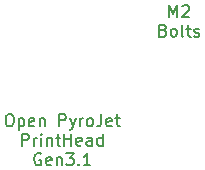
<source format=gto>
G04 #@! TF.GenerationSoftware,KiCad,Pcbnew,(5.1.12)-1*
G04 #@! TF.CreationDate,2022-03-26T22:23:47+08:00*
G04 #@! TF.ProjectId,Nozzle,4e6f7a7a-6c65-42e6-9b69-6361645f7063,0.5*
G04 #@! TF.SameCoordinates,Original*
G04 #@! TF.FileFunction,Legend,Top*
G04 #@! TF.FilePolarity,Positive*
%FSLAX46Y46*%
G04 Gerber Fmt 4.6, Leading zero omitted, Abs format (unit mm)*
G04 Created by KiCad (PCBNEW (5.1.12)-1) date 2022-03-26 22:23:47*
%MOMM*%
%LPD*%
G01*
G04 APERTURE LIST*
%ADD10C,0.150000*%
G04 APERTURE END LIST*
D10*
X147577276Y-109025180D02*
X147577276Y-108025180D01*
X147910609Y-108739466D01*
X148243942Y-108025180D01*
X148243942Y-109025180D01*
X148672514Y-108120419D02*
X148720133Y-108072800D01*
X148815371Y-108025180D01*
X149053466Y-108025180D01*
X149148704Y-108072800D01*
X149196323Y-108120419D01*
X149243942Y-108215657D01*
X149243942Y-108310895D01*
X149196323Y-108453752D01*
X148624895Y-109025180D01*
X149243942Y-109025180D01*
X147053466Y-110151371D02*
X147196323Y-110198990D01*
X147243942Y-110246609D01*
X147291561Y-110341847D01*
X147291561Y-110484704D01*
X147243942Y-110579942D01*
X147196323Y-110627561D01*
X147101085Y-110675180D01*
X146720133Y-110675180D01*
X146720133Y-109675180D01*
X147053466Y-109675180D01*
X147148704Y-109722800D01*
X147196323Y-109770419D01*
X147243942Y-109865657D01*
X147243942Y-109960895D01*
X147196323Y-110056133D01*
X147148704Y-110103752D01*
X147053466Y-110151371D01*
X146720133Y-110151371D01*
X147862990Y-110675180D02*
X147767752Y-110627561D01*
X147720133Y-110579942D01*
X147672514Y-110484704D01*
X147672514Y-110198990D01*
X147720133Y-110103752D01*
X147767752Y-110056133D01*
X147862990Y-110008514D01*
X148005847Y-110008514D01*
X148101085Y-110056133D01*
X148148704Y-110103752D01*
X148196323Y-110198990D01*
X148196323Y-110484704D01*
X148148704Y-110579942D01*
X148101085Y-110627561D01*
X148005847Y-110675180D01*
X147862990Y-110675180D01*
X148767752Y-110675180D02*
X148672514Y-110627561D01*
X148624895Y-110532323D01*
X148624895Y-109675180D01*
X149005847Y-110008514D02*
X149386800Y-110008514D01*
X149148704Y-109675180D02*
X149148704Y-110532323D01*
X149196323Y-110627561D01*
X149291561Y-110675180D01*
X149386800Y-110675180D01*
X149672514Y-110627561D02*
X149767752Y-110675180D01*
X149958228Y-110675180D01*
X150053466Y-110627561D01*
X150101085Y-110532323D01*
X150101085Y-110484704D01*
X150053466Y-110389466D01*
X149958228Y-110341847D01*
X149815371Y-110341847D01*
X149720133Y-110294228D01*
X149672514Y-110198990D01*
X149672514Y-110151371D01*
X149720133Y-110056133D01*
X149815371Y-110008514D01*
X149958228Y-110008514D01*
X150053466Y-110056133D01*
X133958580Y-117258580D02*
X134149057Y-117258580D01*
X134244295Y-117306200D01*
X134339533Y-117401438D01*
X134387152Y-117591914D01*
X134387152Y-117925247D01*
X134339533Y-118115723D01*
X134244295Y-118210961D01*
X134149057Y-118258580D01*
X133958580Y-118258580D01*
X133863342Y-118210961D01*
X133768104Y-118115723D01*
X133720485Y-117925247D01*
X133720485Y-117591914D01*
X133768104Y-117401438D01*
X133863342Y-117306200D01*
X133958580Y-117258580D01*
X134815723Y-117591914D02*
X134815723Y-118591914D01*
X134815723Y-117639533D02*
X134910961Y-117591914D01*
X135101438Y-117591914D01*
X135196676Y-117639533D01*
X135244295Y-117687152D01*
X135291914Y-117782390D01*
X135291914Y-118068104D01*
X135244295Y-118163342D01*
X135196676Y-118210961D01*
X135101438Y-118258580D01*
X134910961Y-118258580D01*
X134815723Y-118210961D01*
X136101438Y-118210961D02*
X136006200Y-118258580D01*
X135815723Y-118258580D01*
X135720485Y-118210961D01*
X135672866Y-118115723D01*
X135672866Y-117734771D01*
X135720485Y-117639533D01*
X135815723Y-117591914D01*
X136006200Y-117591914D01*
X136101438Y-117639533D01*
X136149057Y-117734771D01*
X136149057Y-117830009D01*
X135672866Y-117925247D01*
X136577628Y-117591914D02*
X136577628Y-118258580D01*
X136577628Y-117687152D02*
X136625247Y-117639533D01*
X136720485Y-117591914D01*
X136863342Y-117591914D01*
X136958580Y-117639533D01*
X137006200Y-117734771D01*
X137006200Y-118258580D01*
X138244295Y-118258580D02*
X138244295Y-117258580D01*
X138625247Y-117258580D01*
X138720485Y-117306200D01*
X138768104Y-117353819D01*
X138815723Y-117449057D01*
X138815723Y-117591914D01*
X138768104Y-117687152D01*
X138720485Y-117734771D01*
X138625247Y-117782390D01*
X138244295Y-117782390D01*
X139149057Y-117591914D02*
X139387152Y-118258580D01*
X139625247Y-117591914D02*
X139387152Y-118258580D01*
X139291914Y-118496676D01*
X139244295Y-118544295D01*
X139149057Y-118591914D01*
X140006200Y-118258580D02*
X140006200Y-117591914D01*
X140006200Y-117782390D02*
X140053819Y-117687152D01*
X140101438Y-117639533D01*
X140196676Y-117591914D01*
X140291914Y-117591914D01*
X140768104Y-118258580D02*
X140672866Y-118210961D01*
X140625247Y-118163342D01*
X140577628Y-118068104D01*
X140577628Y-117782390D01*
X140625247Y-117687152D01*
X140672866Y-117639533D01*
X140768104Y-117591914D01*
X140910961Y-117591914D01*
X141006200Y-117639533D01*
X141053819Y-117687152D01*
X141101438Y-117782390D01*
X141101438Y-118068104D01*
X141053819Y-118163342D01*
X141006200Y-118210961D01*
X140910961Y-118258580D01*
X140768104Y-118258580D01*
X141815723Y-117258580D02*
X141815723Y-117972866D01*
X141768104Y-118115723D01*
X141672866Y-118210961D01*
X141530009Y-118258580D01*
X141434771Y-118258580D01*
X142672866Y-118210961D02*
X142577628Y-118258580D01*
X142387152Y-118258580D01*
X142291914Y-118210961D01*
X142244295Y-118115723D01*
X142244295Y-117734771D01*
X142291914Y-117639533D01*
X142387152Y-117591914D01*
X142577628Y-117591914D01*
X142672866Y-117639533D01*
X142720485Y-117734771D01*
X142720485Y-117830009D01*
X142244295Y-117925247D01*
X143006200Y-117591914D02*
X143387152Y-117591914D01*
X143149057Y-117258580D02*
X143149057Y-118115723D01*
X143196676Y-118210961D01*
X143291914Y-118258580D01*
X143387152Y-118258580D01*
X135101438Y-119908580D02*
X135101438Y-118908580D01*
X135482390Y-118908580D01*
X135577628Y-118956200D01*
X135625247Y-119003819D01*
X135672866Y-119099057D01*
X135672866Y-119241914D01*
X135625247Y-119337152D01*
X135577628Y-119384771D01*
X135482390Y-119432390D01*
X135101438Y-119432390D01*
X136101438Y-119908580D02*
X136101438Y-119241914D01*
X136101438Y-119432390D02*
X136149057Y-119337152D01*
X136196676Y-119289533D01*
X136291914Y-119241914D01*
X136387152Y-119241914D01*
X136720485Y-119908580D02*
X136720485Y-119241914D01*
X136720485Y-118908580D02*
X136672866Y-118956200D01*
X136720485Y-119003819D01*
X136768104Y-118956200D01*
X136720485Y-118908580D01*
X136720485Y-119003819D01*
X137196676Y-119241914D02*
X137196676Y-119908580D01*
X137196676Y-119337152D02*
X137244295Y-119289533D01*
X137339533Y-119241914D01*
X137482390Y-119241914D01*
X137577628Y-119289533D01*
X137625247Y-119384771D01*
X137625247Y-119908580D01*
X137958580Y-119241914D02*
X138339533Y-119241914D01*
X138101438Y-118908580D02*
X138101438Y-119765723D01*
X138149057Y-119860961D01*
X138244295Y-119908580D01*
X138339533Y-119908580D01*
X138672866Y-119908580D02*
X138672866Y-118908580D01*
X138672866Y-119384771D02*
X139244295Y-119384771D01*
X139244295Y-119908580D02*
X139244295Y-118908580D01*
X140101438Y-119860961D02*
X140006200Y-119908580D01*
X139815723Y-119908580D01*
X139720485Y-119860961D01*
X139672866Y-119765723D01*
X139672866Y-119384771D01*
X139720485Y-119289533D01*
X139815723Y-119241914D01*
X140006200Y-119241914D01*
X140101438Y-119289533D01*
X140149057Y-119384771D01*
X140149057Y-119480009D01*
X139672866Y-119575247D01*
X141006200Y-119908580D02*
X141006200Y-119384771D01*
X140958580Y-119289533D01*
X140863342Y-119241914D01*
X140672866Y-119241914D01*
X140577628Y-119289533D01*
X141006200Y-119860961D02*
X140910961Y-119908580D01*
X140672866Y-119908580D01*
X140577628Y-119860961D01*
X140530009Y-119765723D01*
X140530009Y-119670485D01*
X140577628Y-119575247D01*
X140672866Y-119527628D01*
X140910961Y-119527628D01*
X141006200Y-119480009D01*
X141910961Y-119908580D02*
X141910961Y-118908580D01*
X141910961Y-119860961D02*
X141815723Y-119908580D01*
X141625247Y-119908580D01*
X141530009Y-119860961D01*
X141482390Y-119813342D01*
X141434771Y-119718104D01*
X141434771Y-119432390D01*
X141482390Y-119337152D01*
X141530009Y-119289533D01*
X141625247Y-119241914D01*
X141815723Y-119241914D01*
X141910961Y-119289533D01*
X136696676Y-120606200D02*
X136601438Y-120558580D01*
X136458580Y-120558580D01*
X136315723Y-120606200D01*
X136220485Y-120701438D01*
X136172866Y-120796676D01*
X136125247Y-120987152D01*
X136125247Y-121130009D01*
X136172866Y-121320485D01*
X136220485Y-121415723D01*
X136315723Y-121510961D01*
X136458580Y-121558580D01*
X136553819Y-121558580D01*
X136696676Y-121510961D01*
X136744295Y-121463342D01*
X136744295Y-121130009D01*
X136553819Y-121130009D01*
X137553819Y-121510961D02*
X137458580Y-121558580D01*
X137268104Y-121558580D01*
X137172866Y-121510961D01*
X137125247Y-121415723D01*
X137125247Y-121034771D01*
X137172866Y-120939533D01*
X137268104Y-120891914D01*
X137458580Y-120891914D01*
X137553819Y-120939533D01*
X137601438Y-121034771D01*
X137601438Y-121130009D01*
X137125247Y-121225247D01*
X138030009Y-120891914D02*
X138030009Y-121558580D01*
X138030009Y-120987152D02*
X138077628Y-120939533D01*
X138172866Y-120891914D01*
X138315723Y-120891914D01*
X138410961Y-120939533D01*
X138458580Y-121034771D01*
X138458580Y-121558580D01*
X138839533Y-120558580D02*
X139458580Y-120558580D01*
X139125247Y-120939533D01*
X139268104Y-120939533D01*
X139363342Y-120987152D01*
X139410961Y-121034771D01*
X139458580Y-121130009D01*
X139458580Y-121368104D01*
X139410961Y-121463342D01*
X139363342Y-121510961D01*
X139268104Y-121558580D01*
X138982390Y-121558580D01*
X138887152Y-121510961D01*
X138839533Y-121463342D01*
X139887152Y-121463342D02*
X139934771Y-121510961D01*
X139887152Y-121558580D01*
X139839533Y-121510961D01*
X139887152Y-121463342D01*
X139887152Y-121558580D01*
X140887152Y-121558580D02*
X140315723Y-121558580D01*
X140601438Y-121558580D02*
X140601438Y-120558580D01*
X140506200Y-120701438D01*
X140410961Y-120796676D01*
X140315723Y-120844295D01*
M02*

</source>
